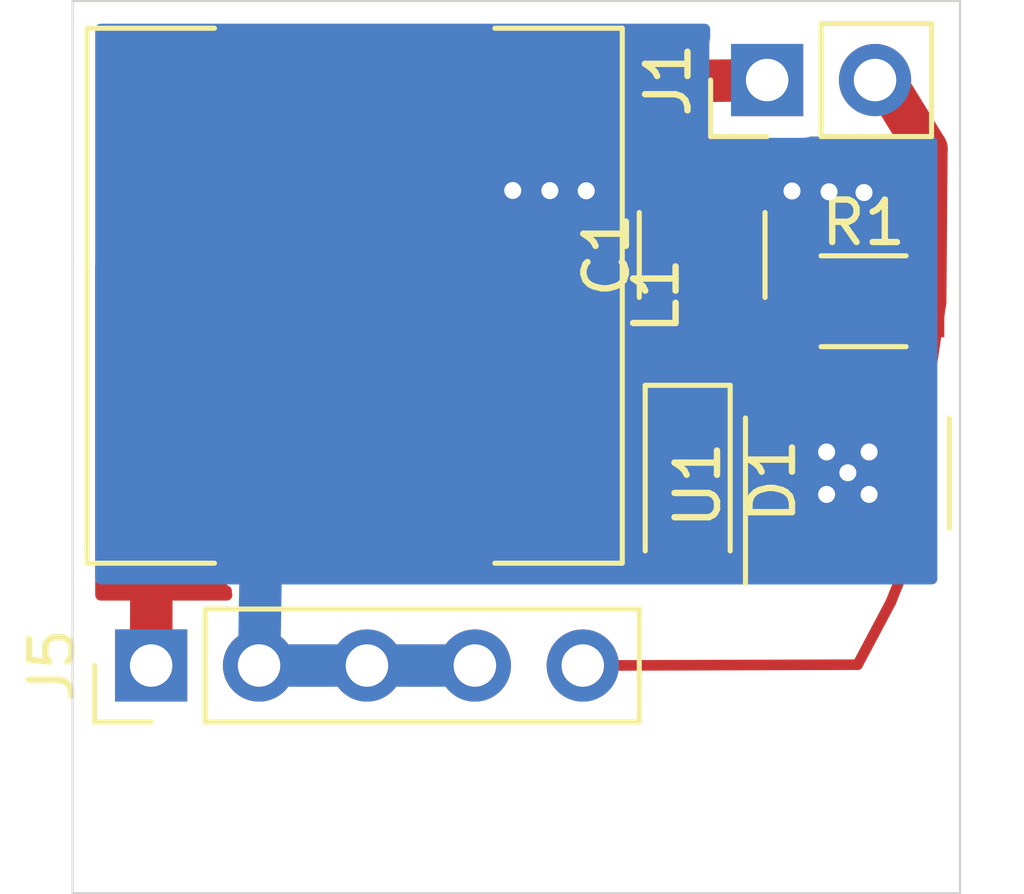
<source format=kicad_pcb>
(kicad_pcb (version 20171130) (host pcbnew "(5.1.6)-1")

  (general
    (thickness 1.6)
    (drawings 4)
    (tracks 39)
    (zones 0)
    (modules 7)
    (nets 8)
  )

  (page A4)
  (layers
    (0 F.Cu signal)
    (31 B.Cu signal)
    (32 B.Adhes user)
    (33 F.Adhes user)
    (34 B.Paste user)
    (35 F.Paste user)
    (36 B.SilkS user)
    (37 F.SilkS user)
    (38 B.Mask user)
    (39 F.Mask user)
    (40 Dwgs.User user)
    (41 Cmts.User user)
    (42 Eco1.User user)
    (43 Eco2.User user)
    (44 Edge.Cuts user)
    (45 Margin user)
    (46 B.CrtYd user)
    (47 F.CrtYd user)
    (48 B.Fab user)
    (49 F.Fab user)
  )

  (setup
    (last_trace_width 1)
    (user_trace_width 0.5)
    (user_trace_width 1)
    (user_trace_width 2)
    (trace_clearance 0.2)
    (zone_clearance 0.508)
    (zone_45_only no)
    (trace_min 0.2)
    (via_size 0.8)
    (via_drill 0.4)
    (via_min_size 0.4)
    (via_min_drill 0.3)
    (uvia_size 0.3)
    (uvia_drill 0.1)
    (uvias_allowed no)
    (uvia_min_size 0.2)
    (uvia_min_drill 0.1)
    (edge_width 0.05)
    (segment_width 0.2)
    (pcb_text_width 0.3)
    (pcb_text_size 1.5 1.5)
    (mod_edge_width 0.12)
    (mod_text_size 1 1)
    (mod_text_width 0.15)
    (pad_size 1.524 1.524)
    (pad_drill 0.762)
    (pad_to_mask_clearance 0.05)
    (aux_axis_origin 0 0)
    (visible_elements 7FFFFFFF)
    (pcbplotparams
      (layerselection 0x010fc_ffffffff)
      (usegerberextensions false)
      (usegerberattributes true)
      (usegerberadvancedattributes true)
      (creategerberjobfile true)
      (excludeedgelayer true)
      (linewidth 0.100000)
      (plotframeref false)
      (viasonmask false)
      (mode 1)
      (useauxorigin false)
      (hpglpennumber 1)
      (hpglpenspeed 20)
      (hpglpendiameter 15.000000)
      (psnegative false)
      (psa4output false)
      (plotreference true)
      (plotvalue true)
      (plotinvisibletext false)
      (padsonsilk false)
      (subtractmaskfromsilk false)
      (outputformat 1)
      (mirror false)
      (drillshape 0)
      (scaleselection 1)
      (outputdirectory "Gerbers/"))
  )

  (net 0 "")
  (net 1 /Gnd)
  (net 2 /Vin)
  (net 3 /SW1)
  (net 4 /LED1+)
  (net 5 /LED1-)
  (net 6 "Net-(J5-Pad5)")
  (net 7 "Net-(J5-Pad3)")

  (net_class Default "This is the default net class."
    (clearance 0.2)
    (trace_width 0.25)
    (via_dia 0.8)
    (via_drill 0.4)
    (uvia_dia 0.3)
    (uvia_drill 0.1)
    (add_net /Gnd)
    (add_net /LED1+)
    (add_net /LED1-)
    (add_net /SW1)
    (add_net /Vin)
    (add_net "Net-(J5-Pad3)")
    (add_net "Net-(J5-Pad5)")
  )

  (module Pin_Headers:Pin_Header_Straight_1x05_Pitch2.54mm (layer F.Cu) (tedit 59650532) (tstamp 5F3EAA7C)
    (at 73.07 77.6 90)
    (descr "Through hole straight pin header, 1x05, 2.54mm pitch, single row")
    (tags "Through hole pin header THT 1x05 2.54mm single row")
    (path /5F3CA252)
    (fp_text reference J5 (at 0 -2.33 90) (layer F.SilkS)
      (effects (font (size 1 1) (thickness 0.15)))
    )
    (fp_text value Power (at 0 12.49 90) (layer F.Fab)
      (effects (font (size 1 1) (thickness 0.15)))
    )
    (fp_text user %R (at 0 5.08) (layer F.Fab)
      (effects (font (size 1 1) (thickness 0.15)))
    )
    (fp_line (start -0.635 -1.27) (end 1.27 -1.27) (layer F.Fab) (width 0.1))
    (fp_line (start 1.27 -1.27) (end 1.27 11.43) (layer F.Fab) (width 0.1))
    (fp_line (start 1.27 11.43) (end -1.27 11.43) (layer F.Fab) (width 0.1))
    (fp_line (start -1.27 11.43) (end -1.27 -0.635) (layer F.Fab) (width 0.1))
    (fp_line (start -1.27 -0.635) (end -0.635 -1.27) (layer F.Fab) (width 0.1))
    (fp_line (start -1.33 11.49) (end 1.33 11.49) (layer F.SilkS) (width 0.12))
    (fp_line (start -1.33 1.27) (end -1.33 11.49) (layer F.SilkS) (width 0.12))
    (fp_line (start 1.33 1.27) (end 1.33 11.49) (layer F.SilkS) (width 0.12))
    (fp_line (start -1.33 1.27) (end 1.33 1.27) (layer F.SilkS) (width 0.12))
    (fp_line (start -1.33 0) (end -1.33 -1.33) (layer F.SilkS) (width 0.12))
    (fp_line (start -1.33 -1.33) (end 0 -1.33) (layer F.SilkS) (width 0.12))
    (fp_line (start -1.8 -1.8) (end -1.8 11.95) (layer F.CrtYd) (width 0.05))
    (fp_line (start -1.8 11.95) (end 1.8 11.95) (layer F.CrtYd) (width 0.05))
    (fp_line (start 1.8 11.95) (end 1.8 -1.8) (layer F.CrtYd) (width 0.05))
    (fp_line (start 1.8 -1.8) (end -1.8 -1.8) (layer F.CrtYd) (width 0.05))
    (pad 5 thru_hole oval (at 0 10.16 90) (size 1.7 1.7) (drill 1) (layers *.Cu *.Mask)
      (net 6 "Net-(J5-Pad5)"))
    (pad 4 thru_hole oval (at 0 7.62 90) (size 1.7 1.7) (drill 1) (layers *.Cu *.Mask)
      (net 1 /Gnd))
    (pad 3 thru_hole oval (at 0 5.08 90) (size 1.7 1.7) (drill 1) (layers *.Cu *.Mask)
      (net 7 "Net-(J5-Pad3)"))
    (pad 2 thru_hole oval (at 0 2.54 90) (size 1.7 1.7) (drill 1) (layers *.Cu *.Mask)
      (net 1 /Gnd))
    (pad 1 thru_hole rect (at 0 0 90) (size 1.7 1.7) (drill 1) (layers *.Cu *.Mask)
      (net 2 /Vin))
    (model ${KISYS3DMOD}/Pin_Headers.3dshapes/Pin_Header_Straight_1x05_Pitch2.54mm.wrl
      (at (xyz 0 0 0))
      (scale (xyz 1 1 1))
      (rotate (xyz 0 0 0))
    )
  )

  (module Capacitors_SMD:C_1210 (layer F.Cu) (tedit 58AA84E2) (tstamp 5F3E9943)
    (at 86.04 67.93 90)
    (descr "Capacitor SMD 1210, reflow soldering, AVX (see smccp.pdf)")
    (tags "capacitor 1210")
    (path /5F3C804F)
    (attr smd)
    (fp_text reference C1 (at 0 -2.25 90) (layer F.SilkS)
      (effects (font (size 1 1) (thickness 0.15)))
    )
    (fp_text value 33uF (at 0 2.5 90) (layer F.Fab)
      (effects (font (size 1 1) (thickness 0.15)))
    )
    (fp_line (start 2.25 1.5) (end -2.25 1.5) (layer F.CrtYd) (width 0.05))
    (fp_line (start 2.25 1.5) (end 2.25 -1.5) (layer F.CrtYd) (width 0.05))
    (fp_line (start -2.25 -1.5) (end -2.25 1.5) (layer F.CrtYd) (width 0.05))
    (fp_line (start -2.25 -1.5) (end 2.25 -1.5) (layer F.CrtYd) (width 0.05))
    (fp_line (start -1 1.48) (end 1 1.48) (layer F.SilkS) (width 0.12))
    (fp_line (start 1 -1.48) (end -1 -1.48) (layer F.SilkS) (width 0.12))
    (fp_line (start -1.6 -1.25) (end 1.6 -1.25) (layer F.Fab) (width 0.1))
    (fp_line (start 1.6 -1.25) (end 1.6 1.25) (layer F.Fab) (width 0.1))
    (fp_line (start 1.6 1.25) (end -1.6 1.25) (layer F.Fab) (width 0.1))
    (fp_line (start -1.6 1.25) (end -1.6 -1.25) (layer F.Fab) (width 0.1))
    (fp_text user %R (at 0 -2.25 90) (layer F.Fab)
      (effects (font (size 1 1) (thickness 0.15)))
    )
    (pad 1 smd rect (at -1.5 0 90) (size 1 2.5) (layers F.Cu F.Paste F.Mask)
      (net 2 /Vin))
    (pad 2 smd rect (at 1.5 0 90) (size 1 2.5) (layers F.Cu F.Paste F.Mask)
      (net 1 /Gnd))
    (model Capacitors_SMD.3dshapes/C_1210.wrl
      (at (xyz 0 0 0))
      (scale (xyz 1 1 1))
      (rotate (xyz 0 0 0))
    )
  )

  (module Diodes_SMD:D_SOD-123 (layer F.Cu) (tedit 58645DC7) (tstamp 5F3E995C)
    (at 85.7 73.25 270)
    (descr SOD-123)
    (tags SOD-123)
    (path /5F3C641F)
    (attr smd)
    (fp_text reference D1 (at 0 -2 90) (layer F.SilkS)
      (effects (font (size 1 1) (thickness 0.15)))
    )
    (fp_text value 1N5819 (at 0 2.1 90) (layer F.Fab)
      (effects (font (size 1 1) (thickness 0.15)))
    )
    (fp_line (start -2.25 -1) (end 1.65 -1) (layer F.SilkS) (width 0.12))
    (fp_line (start -2.25 1) (end 1.65 1) (layer F.SilkS) (width 0.12))
    (fp_line (start -2.35 -1.15) (end -2.35 1.15) (layer F.CrtYd) (width 0.05))
    (fp_line (start 2.35 1.15) (end -2.35 1.15) (layer F.CrtYd) (width 0.05))
    (fp_line (start 2.35 -1.15) (end 2.35 1.15) (layer F.CrtYd) (width 0.05))
    (fp_line (start -2.35 -1.15) (end 2.35 -1.15) (layer F.CrtYd) (width 0.05))
    (fp_line (start -1.4 -0.9) (end 1.4 -0.9) (layer F.Fab) (width 0.1))
    (fp_line (start 1.4 -0.9) (end 1.4 0.9) (layer F.Fab) (width 0.1))
    (fp_line (start 1.4 0.9) (end -1.4 0.9) (layer F.Fab) (width 0.1))
    (fp_line (start -1.4 0.9) (end -1.4 -0.9) (layer F.Fab) (width 0.1))
    (fp_line (start -0.75 0) (end -0.35 0) (layer F.Fab) (width 0.1))
    (fp_line (start -0.35 0) (end -0.35 -0.55) (layer F.Fab) (width 0.1))
    (fp_line (start -0.35 0) (end -0.35 0.55) (layer F.Fab) (width 0.1))
    (fp_line (start -0.35 0) (end 0.25 -0.4) (layer F.Fab) (width 0.1))
    (fp_line (start 0.25 -0.4) (end 0.25 0.4) (layer F.Fab) (width 0.1))
    (fp_line (start 0.25 0.4) (end -0.35 0) (layer F.Fab) (width 0.1))
    (fp_line (start 0.25 0) (end 0.75 0) (layer F.Fab) (width 0.1))
    (fp_line (start -2.25 -1) (end -2.25 1) (layer F.SilkS) (width 0.12))
    (fp_text user %R (at 0 -2 90) (layer F.Fab)
      (effects (font (size 1 1) (thickness 0.15)))
    )
    (pad 1 smd rect (at -1.65 0 270) (size 0.9 1.2) (layers F.Cu F.Paste F.Mask)
      (net 2 /Vin))
    (pad 2 smd rect (at 1.65 0 270) (size 0.9 1.2) (layers F.Cu F.Paste F.Mask)
      (net 3 /SW1))
    (model ${KISYS3DMOD}/Diodes_SMD.3dshapes/D_SOD-123.wrl
      (at (xyz 0 0 0))
      (scale (xyz 1 1 1))
      (rotate (xyz 0 0 0))
    )
  )

  (module Pin_Headers:Pin_Header_Straight_1x02_Pitch2.54mm (layer F.Cu) (tedit 59650532) (tstamp 5F3E9972)
    (at 87.57 63.81 90)
    (descr "Through hole straight pin header, 1x02, 2.54mm pitch, single row")
    (tags "Through hole pin header THT 1x02 2.54mm single row")
    (path /5F3CC684)
    (fp_text reference J1 (at 0 -2.33 90) (layer F.SilkS)
      (effects (font (size 1 1) (thickness 0.15)))
    )
    (fp_text value LED (at 0 4.87 90) (layer F.Fab)
      (effects (font (size 1 1) (thickness 0.15)))
    )
    (fp_line (start 1.8 -1.8) (end -1.8 -1.8) (layer F.CrtYd) (width 0.05))
    (fp_line (start 1.8 4.35) (end 1.8 -1.8) (layer F.CrtYd) (width 0.05))
    (fp_line (start -1.8 4.35) (end 1.8 4.35) (layer F.CrtYd) (width 0.05))
    (fp_line (start -1.8 -1.8) (end -1.8 4.35) (layer F.CrtYd) (width 0.05))
    (fp_line (start -1.33 -1.33) (end 0 -1.33) (layer F.SilkS) (width 0.12))
    (fp_line (start -1.33 0) (end -1.33 -1.33) (layer F.SilkS) (width 0.12))
    (fp_line (start -1.33 1.27) (end 1.33 1.27) (layer F.SilkS) (width 0.12))
    (fp_line (start 1.33 1.27) (end 1.33 3.87) (layer F.SilkS) (width 0.12))
    (fp_line (start -1.33 1.27) (end -1.33 3.87) (layer F.SilkS) (width 0.12))
    (fp_line (start -1.33 3.87) (end 1.33 3.87) (layer F.SilkS) (width 0.12))
    (fp_line (start -1.27 -0.635) (end -0.635 -1.27) (layer F.Fab) (width 0.1))
    (fp_line (start -1.27 3.81) (end -1.27 -0.635) (layer F.Fab) (width 0.1))
    (fp_line (start 1.27 3.81) (end -1.27 3.81) (layer F.Fab) (width 0.1))
    (fp_line (start 1.27 -1.27) (end 1.27 3.81) (layer F.Fab) (width 0.1))
    (fp_line (start -0.635 -1.27) (end 1.27 -1.27) (layer F.Fab) (width 0.1))
    (fp_text user %R (at 0 1.27) (layer F.Fab)
      (effects (font (size 1 1) (thickness 0.15)))
    )
    (pad 1 thru_hole rect (at 0 0 90) (size 1.7 1.7) (drill 1) (layers *.Cu *.Mask)
      (net 5 /LED1-))
    (pad 2 thru_hole oval (at 0 2.54 90) (size 1.7 1.7) (drill 1) (layers *.Cu *.Mask)
      (net 4 /LED1+))
    (model ${KISYS3DMOD}/Pin_Headers.3dshapes/Pin_Header_Straight_1x02_Pitch2.54mm.wrl
      (at (xyz 0 0 0))
      (scale (xyz 1 1 1))
      (rotate (xyz 0 0 0))
    )
  )

  (module Inductors_SMD:L_12x12mm_h6mm (layer F.Cu) (tedit 5990349B) (tstamp 5F3E99D8)
    (at 77.86 68.89 270)
    (descr "Choke, SMD, 12x12mm 6mm height")
    (tags "Choke SMD")
    (path /5F3C7340)
    (attr smd)
    (fp_text reference L1 (at 0 -7.1 90) (layer F.SilkS)
      (effects (font (size 1 1) (thickness 0.15)))
    )
    (fp_text value 47mH (at 0 7.5 90) (layer F.Fab)
      (effects (font (size 1 1) (thickness 0.15)))
    )
    (fp_circle (center -2.1 3) (end -1.8 3.25) (layer F.Fab) (width 0.1))
    (fp_circle (center 0 0) (end 0.15 0.15) (layer F.Adhes) (width 0.38))
    (fp_circle (center 0 0) (end 0.55 0) (layer F.Adhes) (width 0.38))
    (fp_circle (center 0 0) (end 0.9 0) (layer F.Adhes) (width 0.38))
    (fp_line (start 6.2 -6.2) (end 6.2 -3.3) (layer F.Fab) (width 0.1))
    (fp_line (start -6.2 -6.2) (end -6.2 -3.3) (layer F.Fab) (width 0.1))
    (fp_line (start 6.2 -6.2) (end -6.2 -6.2) (layer F.Fab) (width 0.1))
    (fp_line (start 6.2 6.2) (end 6.2 3.3) (layer F.Fab) (width 0.1))
    (fp_line (start -6.2 6.2) (end 6.2 6.2) (layer F.Fab) (width 0.1))
    (fp_line (start -6.2 3.3) (end -6.2 6.2) (layer F.Fab) (width 0.1))
    (fp_line (start -5 -3.5) (end -4.8 -3.2) (layer F.Fab) (width 0.1))
    (fp_line (start -5.1 -4) (end -5 -3.5) (layer F.Fab) (width 0.1))
    (fp_line (start -4.9 -4.5) (end -5.1 -4) (layer F.Fab) (width 0.1))
    (fp_line (start -4.6 -4.8) (end -4.9 -4.5) (layer F.Fab) (width 0.1))
    (fp_line (start -4.2 -5) (end -4.6 -4.8) (layer F.Fab) (width 0.1))
    (fp_line (start -3.7 -5.1) (end -4.2 -5) (layer F.Fab) (width 0.1))
    (fp_line (start -3.3 -4.9) (end -3.7 -5.1) (layer F.Fab) (width 0.1))
    (fp_line (start -3 -4.7) (end -3.3 -4.9) (layer F.Fab) (width 0.1))
    (fp_line (start -2.6 -4.9) (end -3 -4.7) (layer F.Fab) (width 0.1))
    (fp_line (start -1.7 -5.3) (end -2.6 -4.9) (layer F.Fab) (width 0.1))
    (fp_line (start -0.8 -5.5) (end -1.7 -5.3) (layer F.Fab) (width 0.1))
    (fp_line (start 0 -5.6) (end -0.8 -5.5) (layer F.Fab) (width 0.1))
    (fp_line (start 0.9 -5.5) (end 0 -5.6) (layer F.Fab) (width 0.1))
    (fp_line (start 1.7 -5.3) (end 0.9 -5.5) (layer F.Fab) (width 0.1))
    (fp_line (start 2.2 -5.1) (end 1.7 -5.3) (layer F.Fab) (width 0.1))
    (fp_line (start 2.6 -4.9) (end 2.2 -5.1) (layer F.Fab) (width 0.1))
    (fp_line (start 3 -4.6) (end 2.6 -4.9) (layer F.Fab) (width 0.1))
    (fp_line (start 3.3 -4.9) (end 3 -4.6) (layer F.Fab) (width 0.1))
    (fp_line (start 3.6 -5) (end 3.3 -4.9) (layer F.Fab) (width 0.1))
    (fp_line (start 3.9 -5.1) (end 3.6 -5) (layer F.Fab) (width 0.1))
    (fp_line (start 4.2 -5.1) (end 3.9 -5.1) (layer F.Fab) (width 0.1))
    (fp_line (start 4.5 -4.9) (end 4.2 -5.1) (layer F.Fab) (width 0.1))
    (fp_line (start 4.8 -4.7) (end 4.5 -4.9) (layer F.Fab) (width 0.1))
    (fp_line (start 5 -4.3) (end 4.8 -4.7) (layer F.Fab) (width 0.1))
    (fp_line (start 5.1 -4) (end 5 -4.3) (layer F.Fab) (width 0.1))
    (fp_line (start 5 -3.6) (end 5.1 -4) (layer F.Fab) (width 0.1))
    (fp_line (start 4.9 -3.3) (end 5 -3.6) (layer F.Fab) (width 0.1))
    (fp_line (start -5 3.6) (end -4.8 3.2) (layer F.Fab) (width 0.1))
    (fp_line (start -5.1 4.1) (end -5 3.6) (layer F.Fab) (width 0.1))
    (fp_line (start -4.9 4.6) (end -5.1 4.1) (layer F.Fab) (width 0.1))
    (fp_line (start -4.6 4.8) (end -4.9 4.6) (layer F.Fab) (width 0.1))
    (fp_line (start -4.3 5) (end -4.6 4.8) (layer F.Fab) (width 0.1))
    (fp_line (start -3.9 5.1) (end -4.3 5) (layer F.Fab) (width 0.1))
    (fp_line (start -3.3 4.9) (end -3.9 5.1) (layer F.Fab) (width 0.1))
    (fp_line (start -3 4.7) (end -3.3 4.9) (layer F.Fab) (width 0.1))
    (fp_line (start -2.6 4.9) (end -3 4.7) (layer F.Fab) (width 0.1))
    (fp_line (start -2.1 5.1) (end -2.6 4.9) (layer F.Fab) (width 0.1))
    (fp_line (start -1.5 5.3) (end -2.1 5.1) (layer F.Fab) (width 0.1))
    (fp_line (start -0.6 5.5) (end -1.5 5.3) (layer F.Fab) (width 0.1))
    (fp_line (start 0.6 5.5) (end -0.6 5.5) (layer F.Fab) (width 0.1))
    (fp_line (start 1.6 5.3) (end 0.6 5.5) (layer F.Fab) (width 0.1))
    (fp_line (start 2.4 5) (end 1.6 5.3) (layer F.Fab) (width 0.1))
    (fp_line (start 3 4.6) (end 2.4 5) (layer F.Fab) (width 0.1))
    (fp_line (start 3.1 4.7) (end 3 4.6) (layer F.Fab) (width 0.1))
    (fp_line (start 3.5 5) (end 3.1 4.7) (layer F.Fab) (width 0.1))
    (fp_line (start 4 5.1) (end 3.5 5) (layer F.Fab) (width 0.1))
    (fp_line (start 4.5 5) (end 4 5.1) (layer F.Fab) (width 0.1))
    (fp_line (start 4.8 4.6) (end 4.5 5) (layer F.Fab) (width 0.1))
    (fp_line (start 5 4.3) (end 4.8 4.6) (layer F.Fab) (width 0.1))
    (fp_line (start 5.1 3.8) (end 5 4.3) (layer F.Fab) (width 0.1))
    (fp_line (start 5 3.4) (end 5.1 3.8) (layer F.Fab) (width 0.1))
    (fp_line (start 4.9 3.3) (end 5 3.4) (layer F.Fab) (width 0.1))
    (fp_line (start -6.86 6.6) (end -6.86 -6.6) (layer F.CrtYd) (width 0.05))
    (fp_line (start 6.86 6.6) (end -6.86 6.6) (layer F.CrtYd) (width 0.05))
    (fp_line (start 6.86 -6.6) (end 6.86 6.6) (layer F.CrtYd) (width 0.05))
    (fp_line (start -6.86 -6.6) (end 6.86 -6.6) (layer F.CrtYd) (width 0.05))
    (fp_line (start 6.3 -6.3) (end 6.3 -3.3) (layer F.SilkS) (width 0.12))
    (fp_line (start -6.3 -6.3) (end 6.3 -6.3) (layer F.SilkS) (width 0.12))
    (fp_line (start -6.3 -3.3) (end -6.3 -6.3) (layer F.SilkS) (width 0.12))
    (fp_line (start -6.3 6.3) (end -6.3 3.3) (layer F.SilkS) (width 0.12))
    (fp_line (start 6.3 6.3) (end -6.3 6.3) (layer F.SilkS) (width 0.12))
    (fp_line (start 6.3 3.3) (end 6.3 6.3) (layer F.SilkS) (width 0.12))
    (fp_text user %R (at 0 0 90) (layer F.Fab)
      (effects (font (size 1 1) (thickness 0.15)))
    )
    (pad 1 smd rect (at -4.95 0 270) (size 2.9 5.4) (layers F.Cu F.Paste F.Mask)
      (net 5 /LED1-))
    (pad 2 smd rect (at 4.95 0 270) (size 2.9 5.4) (layers F.Cu F.Paste F.Mask)
      (net 3 /SW1))
    (model ${KISYS3DMOD}/Inductors_SMD.3dshapes/L_12x12mm_h6mm.wrl
      (at (xyz 0 0 0))
      (scale (xyz 4 4 4))
      (rotate (xyz 0 0 0))
    )
  )

  (module Resistors_SMD:R_1206 (layer F.Cu) (tedit 58E0A804) (tstamp 5F3E99E9)
    (at 89.84 69.02)
    (descr "Resistor SMD 1206, reflow soldering, Vishay (see dcrcw.pdf)")
    (tags "resistor 1206")
    (path /5F3C7B30)
    (attr smd)
    (fp_text reference R1 (at 0 -1.85) (layer F.SilkS)
      (effects (font (size 1 1) (thickness 0.15)))
    )
    (fp_text value 0.2 (at 0 1.95) (layer F.Fab)
      (effects (font (size 1 1) (thickness 0.15)))
    )
    (fp_line (start 2.15 1.1) (end -2.15 1.1) (layer F.CrtYd) (width 0.05))
    (fp_line (start 2.15 1.1) (end 2.15 -1.11) (layer F.CrtYd) (width 0.05))
    (fp_line (start -2.15 -1.11) (end -2.15 1.1) (layer F.CrtYd) (width 0.05))
    (fp_line (start -2.15 -1.11) (end 2.15 -1.11) (layer F.CrtYd) (width 0.05))
    (fp_line (start -1 -1.07) (end 1 -1.07) (layer F.SilkS) (width 0.12))
    (fp_line (start 1 1.07) (end -1 1.07) (layer F.SilkS) (width 0.12))
    (fp_line (start -1.6 -0.8) (end 1.6 -0.8) (layer F.Fab) (width 0.1))
    (fp_line (start 1.6 -0.8) (end 1.6 0.8) (layer F.Fab) (width 0.1))
    (fp_line (start 1.6 0.8) (end -1.6 0.8) (layer F.Fab) (width 0.1))
    (fp_line (start -1.6 0.8) (end -1.6 -0.8) (layer F.Fab) (width 0.1))
    (fp_text user %R (at 0 0) (layer F.Fab)
      (effects (font (size 0.7 0.7) (thickness 0.105)))
    )
    (pad 1 smd rect (at -1.45 0) (size 0.9 1.7) (layers F.Cu F.Paste F.Mask)
      (net 2 /Vin))
    (pad 2 smd rect (at 1.45 0) (size 0.9 1.7) (layers F.Cu F.Paste F.Mask)
      (net 4 /LED1+))
    (model ${KISYS3DMOD}/Resistors_SMD.3dshapes/R_1206.wrl
      (at (xyz 0 0 0))
      (scale (xyz 1 1 1))
      (rotate (xyz 0 0 0))
    )
  )

  (module TO_SOT_Packages_SMD:SOT-89-5_Housing (layer F.Cu) (tedit 58CE4E7F) (tstamp 5F3E9A02)
    (at 89.46 73.07 90)
    (descr "SOT-89-5, Housing,http://www.e-devices.ricoh.co.jp/en/products/product_power/pkg/sot-89-5.pdf")
    (tags "SOT-89-5 Housing ")
    (path /5F3C5AD2)
    (attr smd)
    (fp_text reference U1 (at -0.275 -3.525 90) (layer F.SilkS)
      (effects (font (size 1 1) (thickness 0.15)))
    )
    (fp_text value PT4115 (at -0.275 3.325 90) (layer F.Fab)
      (effects (font (size 1 1) (thickness 0.15)))
    )
    (fp_line (start -2.85 2.55) (end -2.85 -2.55) (layer F.CrtYd) (width 0.05))
    (fp_line (start -2.85 2.55) (end 2.85 2.55) (layer F.CrtYd) (width 0.05))
    (fp_line (start 2.85 -2.55) (end -2.85 -2.55) (layer F.CrtYd) (width 0.05))
    (fp_line (start 2.85 -2.55) (end 2.85 2.55) (layer F.CrtYd) (width 0.05))
    (fp_line (start -0.5 -2.3) (end 1.31 -2.3) (layer F.Fab) (width 0.1))
    (fp_line (start -1.29 2.3) (end -1.29 -1.51) (layer F.Fab) (width 0.1))
    (fp_line (start 1.31 2.3) (end -1.29 2.3) (layer F.Fab) (width 0.1))
    (fp_line (start 1.31 -2.3) (end 1.31 2.3) (layer F.Fab) (width 0.1))
    (fp_line (start -1.29 -1.51) (end -0.5 -2.3) (layer F.Fab) (width 0.1))
    (fp_line (start -2.6 -2.4) (end 1.3 -2.4) (layer F.SilkS) (width 0.12))
    (fp_line (start 1.3 2.4) (end -1.3 2.4) (layer F.SilkS) (width 0.12))
    (fp_text user %R (at 0 0) (layer F.Fab)
      (effects (font (size 0.6 0.6) (thickness 0.09)))
    )
    (pad 2 smd trapezoid (at 0.775 0) (size 1.5 0.75) (rect_delta 0 0.5 ) (layers F.Cu F.Paste F.Mask)
      (net 1 /Gnd))
    (pad 5 smd rect (at 1.85 -1.5) (size 0.7 1.5) (layers F.Cu F.Paste F.Mask)
      (net 2 /Vin))
    (pad 4 smd rect (at 1.85 1.5) (size 0.7 1.5) (layers F.Cu F.Paste F.Mask)
      (net 4 /LED1+))
    (pad 1 smd rect (at -1.85 -1.5) (size 0.7 1.5) (layers F.Cu F.Paste F.Mask)
      (net 3 /SW1))
    (pad 2 smd rect (at -1.85 0) (size 1 1.5) (layers F.Cu F.Paste F.Mask)
      (net 1 /Gnd))
    (pad 3 smd rect (at -1.85 1.5) (size 0.7 1.5) (layers F.Cu F.Paste F.Mask)
      (net 6 "Net-(J5-Pad5)"))
    (pad 2 smd rect (at 1.85 0) (size 1 1.5) (layers F.Cu F.Paste F.Mask)
      (net 1 /Gnd))
    (pad 2 smd trapezoid (at -0.775 0 180) (size 1.5 0.75) (rect_delta 0 0.5 ) (layers F.Cu F.Paste F.Mask)
      (net 1 /Gnd))
    (pad 2 smd rect (at 0 0) (size 2 0.8) (layers F.Cu F.Paste F.Mask)
      (net 1 /Gnd))
    (model ${KISYS3DMOD}/TO_SOT_Packages_SMD.3dshapes/SOT-89-5_Housing.wrl
      (at (xyz 0 0 0))
      (scale (xyz 0.39 0.39 0.39))
      (rotate (xyz 0 0 90))
    )
  )

  (gr_line (start 92.11 82.96) (end 71.22 82.96) (layer Edge.Cuts) (width 0.05))
  (gr_line (start 71.22 61.95) (end 92.11 61.95) (layer Edge.Cuts) (width 0.05))
  (gr_line (start 71.22 82.96) (end 71.22 61.95) (layer Edge.Cuts) (width 0.05))
  (gr_line (start 92.11 61.95) (end 92.11 82.96) (layer Edge.Cuts) (width 0.05))

  (via (at 89.47 73.06) (size 0.8) (drill 0.4) (layers F.Cu B.Cu) (net 1))
  (via (at 88.97 72.57) (size 0.8) (drill 0.4) (layers F.Cu B.Cu) (net 1))
  (segment (start 75.61 77.6) (end 75.8 66.75) (width 1) (layer B.Cu) (net 1))
  (via (at 88.155611 66.424389) (size 0.8) (drill 0.4) (layers F.Cu B.Cu) (net 1))
  (segment (start 75.61 77.6) (end 78.15 77.6) (width 1) (layer B.Cu) (net 1))
  (segment (start 86.04 66.43) (end 88.155611 66.424389) (width 1) (layer F.Cu) (net 1))
  (segment (start 88.155611 66.424389) (end 89.02729 66.44271) (width 1) (layer F.Cu) (net 1))
  (segment (start 89.85 66.46) (end 89.85 66.46) (width 1) (layer F.Cu) (net 1))
  (segment (start 89.87 69.1) (end 89.46 71.22) (width 1) (layer F.Cu) (net 1))
  (segment (start 80.69 77.6) (end 78.15 77.6) (width 1) (layer B.Cu) (net 1))
  (via (at 81.581412 66.411412) (size 0.8) (drill 0.4) (layers F.Cu B.Cu) (net 1))
  (segment (start 86.04 66.43) (end 83.311375 66.418625) (width 1) (layer F.Cu) (net 1))
  (segment (start 75.8 66.4) (end 81.581412 66.411412) (width 1) (layer B.Cu) (net 1))
  (segment (start 81.581412 66.411412) (end 88.155611 66.424389) (width 1) (layer B.Cu) (net 1))
  (segment (start 82.454946 66.415054) (end 81.581412 66.411412) (width 1) (layer F.Cu) (net 1) (tstamp 5F3EAB4C))
  (via (at 82.454946 66.415054) (size 0.8) (drill 0.4) (layers F.Cu B.Cu) (net 1))
  (segment (start 83.311375 66.418625) (end 82.454946 66.415054) (width 1) (layer F.Cu) (net 1) (tstamp 5F3EAB4E))
  (via (at 83.311375 66.418625) (size 0.8) (drill 0.4) (layers F.Cu B.Cu) (net 1))
  (segment (start 89.02729 66.44271) (end 89.85 66.46) (width 1) (layer F.Cu) (net 1) (tstamp 5F3EAB50))
  (via (at 89.02729 66.44271) (size 0.8) (drill 0.4) (layers F.Cu B.Cu) (net 1))
  (segment (start 89.85 66.46) (end 89.87 69.1) (width 1) (layer F.Cu) (net 1) (tstamp 5F3EAB52))
  (via (at 89.85 66.46) (size 0.8) (drill 0.4) (layers F.Cu B.Cu) (net 1))
  (via (at 89.97 72.57) (size 0.8) (drill 0.4) (layers F.Cu B.Cu) (net 1) (tstamp 5F3EABC1))
  (via (at 88.97 73.57) (size 0.8) (drill 0.4) (layers F.Cu B.Cu) (net 1) (tstamp 5F3EABC3))
  (via (at 89.97 73.57) (size 0.8) (drill 0.4) (layers F.Cu B.Cu) (net 1) (tstamp 5F3EABC5))
  (segment (start 73.07 77.6) (end 73.09 69.54) (width 1) (layer F.Cu) (net 2))
  (segment (start 73.09 69.19) (end 86.04 69.43) (width 1) (layer F.Cu) (net 2))
  (segment (start 87.96 71.22) (end 88.39 69.02) (width 1) (layer F.Cu) (net 2))
  (segment (start 86.04 69.43) (end 85.7 71.6) (width 1) (layer F.Cu) (net 2))
  (segment (start 85.7 71.6) (end 87.96 71.22) (width 1) (layer F.Cu) (net 2))
  (segment (start 85.7 74.9) (end 87.96 74.92) (width 1) (layer F.Cu) (net 3))
  (segment (start 85.7 74.9) (end 77.86 73.84) (width 1) (layer F.Cu) (net 3))
  (segment (start 91.29 69.02) (end 90.96 71.22) (width 1) (layer F.Cu) (net 4))
  (segment (start 91.32 65.43) (end 90.11 63.46) (width 1) (layer F.Cu) (net 4))
  (segment (start 91.32 65.43) (end 91.29 69.02) (width 1) (layer F.Cu) (net 4))
  (segment (start 77.86 63.94) (end 87.57 63.81) (width 1) (layer F.Cu) (net 5))
  (segment (start 90.96 74.92) (end 90.48 76.11) (width 0.25) (layer F.Cu) (net 6))
  (segment (start 90.48 76.11) (end 89.7 77.58) (width 0.25) (layer F.Cu) (net 6))
  (segment (start 89.7 77.58) (end 83.23 77.6) (width 0.25) (layer F.Cu) (net 6))

  (zone (net 0) (net_name "") (layer F.Cu) (tstamp 0) (hatch edge 0.508)
    (connect_pads (clearance 0.508))
    (min_thickness 0.254)
    (keepout (tracks allowed) (vias allowed) (copperpour not_allowed))
    (fill (arc_segments 32) (thermal_gap 0.508) (thermal_bridge_width 0.508))
    (polygon
      (pts
        (xy 88.22 75.89) (xy 74.97 75.89) (xy 74.96 72.09) (xy 88.155 72.04)
      )
    )
  )
  (zone (net 2) (net_name /Vin) (layer F.Cu) (tstamp 5F3EAEAF) (hatch edge 0.508)
    (connect_pads yes (clearance 0.508))
    (min_thickness 0.254)
    (fill yes (arc_segments 32) (thermal_gap 0.508) (thermal_bridge_width 0.508) (smoothing chamfer))
    (polygon
      (pts
        (xy 89.07 76.07) (xy 71.53 76.07) (xy 71.53 68.06) (xy 89.07 68.06)
      )
    )
    (filled_polygon
      (pts
        (xy 88.734176 68.99552) (xy 88.541455 69.992028) (xy 88.508815 70.018815) (xy 88.429463 70.115506) (xy 88.370498 70.22582)
        (xy 88.334188 70.345518) (xy 88.321928 70.47) (xy 88.321928 71.200257) (xy 88.319525 71.226058) (xy 88.321928 71.249194)
        (xy 88.321928 71.726807) (xy 88.26682 71.809469) (xy 88.166063 71.910226) (xy 88.163632 71.913864) (xy 88.154519 71.913001)
        (xy 81.012211 71.940065) (xy 81.011185 71.938815) (xy 80.914494 71.859463) (xy 80.80418 71.800498) (xy 80.684482 71.764188)
        (xy 80.56 71.751928) (xy 75.16 71.751928) (xy 75.035518 71.764188) (xy 74.91582 71.800498) (xy 74.805506 71.859463)
        (xy 74.708815 71.938815) (xy 74.629463 72.035506) (xy 74.570498 72.14582) (xy 74.534188 72.265518) (xy 74.521928 72.39)
        (xy 74.521928 75.29) (xy 74.534188 75.414482) (xy 74.570498 75.53418) (xy 74.629463 75.644494) (xy 74.708815 75.741185)
        (xy 74.805506 75.820537) (xy 74.842869 75.840508) (xy 74.843 75.890334) (xy 74.84544 75.914776) (xy 74.852667 75.938601)
        (xy 74.855018 75.943) (xy 71.88 75.943) (xy 71.88 68.187) (xy 88.728051 68.187)
      )
    )
  )
  (zone (net 1) (net_name /Gnd) (layer B.Cu) (tstamp 5F3EAEAC) (hatch edge 0.508)
    (connect_pads yes (clearance 0.508))
    (min_thickness 0.254)
    (fill yes (arc_segments 32) (thermal_gap 0.508) (thermal_bridge_width 0.508) (smoothing chamfer))
    (polygon
      (pts
        (xy 91.77 75.69) (xy 71.47 75.69) (xy 71.47 62.19) (xy 91.77 62.19)
      )
    )
    (filled_polygon
      (pts
        (xy 86.103 62.806469) (xy 86.094188 62.835518) (xy 86.081928 62.96) (xy 86.081928 64.66) (xy 86.094188 64.784482)
        (xy 86.103 64.813531) (xy 86.103 65.14) (xy 86.10544 65.164776) (xy 86.112667 65.188601) (xy 86.124403 65.210557)
        (xy 86.140197 65.229803) (xy 86.159443 65.245597) (xy 86.181399 65.257333) (xy 86.205224 65.26456) (xy 86.23 65.267)
        (xy 86.533503 65.267) (xy 86.595518 65.285812) (xy 86.72 65.298072) (xy 88.42 65.298072) (xy 88.544482 65.285812)
        (xy 88.606497 65.267) (xy 89.822976 65.267) (xy 89.96374 65.295) (xy 90.25626 65.295) (xy 90.397024 65.267)
        (xy 91.44 65.267) (xy 91.45 65.266015) (xy 91.450001 75.563) (xy 71.88 75.563) (xy 71.88 62.61)
        (xy 86.103 62.61)
      )
    )
  )
  (zone (net 0) (net_name "") (layer B.Cu) (tstamp 0) (hatch edge 0.508)
    (connect_pads (clearance 0.508))
    (min_thickness 0.254)
    (keepout (tracks allowed) (vias allowed) (copperpour not_allowed))
    (fill (arc_segments 32) (thermal_gap 0.508) (thermal_bridge_width 0.508))
    (polygon
      (pts
        (xy 91.44 65.14) (xy 86.23 65.14) (xy 86.23 62.46) (xy 91.44 62.46)
      )
    )
  )
  (zone (net 0) (net_name "") (layer B.Cu) (tstamp 0) (hatch edge 0.508)
    (connect_pads (clearance 0.508))
    (min_thickness 0.254)
    (keepout (tracks allowed) (vias allowed) (copperpour not_allowed))
    (fill (arc_segments 32) (thermal_gap 0.508) (thermal_bridge_width 0.508))
    (polygon
      (pts
        (xy 91.46 65.07) (xy 86.31 65.07) (xy 86.31 62.51) (xy 91.46 62.51)
      )
    )
  )
)

</source>
